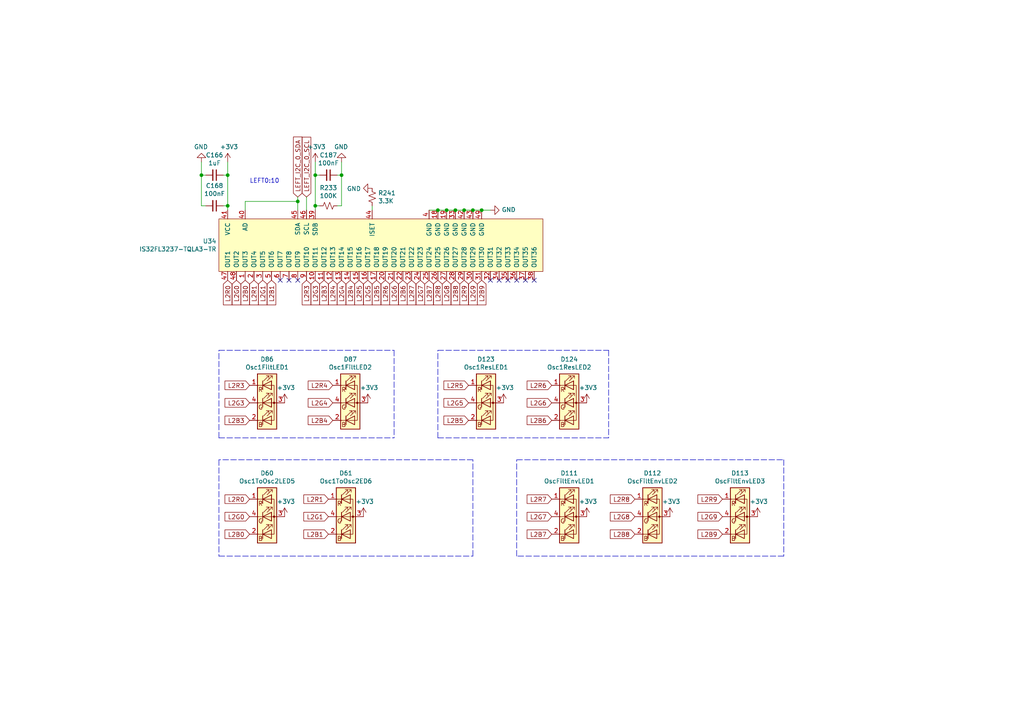
<source format=kicad_sch>
(kicad_sch (version 20210621) (generator eeschema)
  (paper "A4")
  (lib_symbols
    (symbol "Device:C_Small" (pin_numbers hide) (pin_names (offset 0.254) hide)
      (property "Reference" "C" (at 0.254 1.778 0))
      (property "Value" "C_Small" (at 0.254 -2.032 0))
      (symbol "C_Small_0_1"
        (polyline (pts (xy -1.524 -0.508) (xy 1.524 -0.508)) (stroke (width 0.3302)))
        (polyline (pts (xy -1.524 0.508) (xy 1.524 0.508)) (stroke (width 0.3048)))
      )
      (symbol "C_Small_1_1"
        (pin passive line (at 0 2.54 270) (length 2.032) (name "~") (number "1"))
        (pin passive line (at 0 -2.54 90) (length 2.032) (name "~") (number "2"))
      )
    )
    (symbol "Device:R_Small_US" (pin_numbers hide) (pin_names (offset 0.254) hide)
      (property "Reference" "R" (at 0.762 0.508 0))
      (property "Value" "R_Small_US" (at 0.762 -1.016 0))
      (symbol "R_Small_US_1_1"
        (polyline (pts (xy 0 0) (xy 1.016 -0.381) (xy 0 -0.762) (xy -1.016 -1.143) (xy 0 -1.524)))
        (polyline (pts (xy 0 1.524) (xy 1.016 1.143) (xy 0 0.762) (xy -1.016 0.381) (xy 0 0)))
        (pin passive line (at 0 2.54 270) (length 1.016) (name "~") (number "1"))
        (pin passive line (at 0 -2.54 90) (length 1.016) (name "~") (number "2"))
      )
    )
    (symbol "IS32FL3237:IS32FL3237-TQLA3-TR" (pin_names (offset 1.016))
      (property "Reference" "U" (at 0 0 0))
      (property "Value" "IS32FL3237-TQLA3-TR" (at 0 0 0))
      (symbol "IS32FL3237-TQLA3-TR_0_1"
        (rectangle (start -7.62 -2.54) (end 7.62 -96.52) (fill (type background)))
      )
      (symbol "IS32FL3237-TQLA3-TR_1_1"
        (pin output line (at 10.16 -10.16 180) (length 2.54) (name "OUT3") (number "1"))
        (pin output line (at 10.16 -30.48 180) (length 2.54) (name "OUT11") (number "10"))
        (pin output line (at 10.16 -33.02 180) (length 2.54) (name "OUT12") (number "11"))
        (pin output line (at 10.16 -35.56 180) (length 2.54) (name "OUT13") (number "12"))
        (pin output line (at 10.16 -38.1 180) (length 2.54) (name "OUT14") (number "13"))
        (pin output line (at 10.16 -40.64 180) (length 2.54) (name "OUT15") (number "14"))
        (pin output line (at 10.16 -43.18 180) (length 2.54) (name "OUT16") (number "15"))
        (pin output line (at 10.16 -45.72 180) (length 2.54) (name "OUT17") (number "16"))
        (pin output line (at 10.16 -48.26 180) (length 2.54) (name "OUT18") (number "17"))
        (pin power_in line (at -10.16 -66.04 0) (length 2.54) (name "GND") (number "18"))
        (pin power_in line (at -10.16 -68.58 0) (length 2.54) (name "GND") (number "19"))
        (pin output line (at 10.16 -12.7 180) (length 2.54) (name "OUT4") (number "2"))
        (pin output line (at 10.16 -50.8 180) (length 2.54) (name "OUT19") (number "20"))
        (pin output line (at 10.16 -53.34 180) (length 2.54) (name "OUT20") (number "21"))
        (pin output line (at 10.16 -55.88 180) (length 2.54) (name "OUT21") (number "22"))
        (pin output line (at 10.16 -58.42 180) (length 2.54) (name "OUT22") (number "23"))
        (pin output line (at 10.16 -60.96 180) (length 2.54) (name "OUT23") (number "24"))
        (pin output line (at 10.16 -63.5 180) (length 2.54) (name "OUT24") (number "25"))
        (pin output line (at 10.16 -66.04 180) (length 2.54) (name "OUT25") (number "26"))
        (pin output line (at 10.16 -68.58 180) (length 2.54) (name "OUT26") (number "27"))
        (pin output line (at 10.16 -71.12 180) (length 2.54) (name "OUT27") (number "28"))
        (pin output line (at 10.16 -73.66 180) (length 2.54) (name "OUT28") (number "29"))
        (pin output line (at 10.16 -15.24 180) (length 2.54) (name "OUT5") (number "3"))
        (pin output line (at 10.16 -76.2 180) (length 2.54) (name "OUT29") (number "30"))
        (pin output line (at 10.16 -78.74 180) (length 2.54) (name "OUT30") (number "31"))
        (pin output line (at 10.16 -81.28 180) (length 2.54) (name "OUT31") (number "32"))
        (pin power_in line (at -10.16 -71.12 0) (length 2.54) (name "GND") (number "33"))
        (pin output line (at 10.16 -83.82 180) (length 2.54) (name "OUT32") (number "34"))
        (pin output line (at 10.16 -86.36 180) (length 2.54) (name "OUT33") (number "35"))
        (pin output line (at 10.16 -88.9 180) (length 2.54) (name "OUT34") (number "36"))
        (pin output line (at 10.16 -91.44 180) (length 2.54) (name "OUT35") (number "37"))
        (pin output line (at 10.16 -93.98 180) (length 2.54) (name "OUT36") (number "38"))
        (pin input line (at -10.16 -30.48 0) (length 2.54) (name "SDB") (number "39"))
        (pin power_in line (at -10.16 -63.5 0) (length 2.54) (name "GND") (number "4"))
        (pin input line (at -10.16 -10.16 0) (length 2.54) (name "AD") (number "40"))
        (pin power_in line (at -10.16 -5.08 0) (length 2.54) (name "VCC") (number "41"))
        (pin power_in line (at -10.16 -73.66 0) (length 2.54) (name "GND") (number "42"))
        (pin power_in line (at -10.16 -76.2 0) (length 2.54) (name "GND") (number "43"))
        (pin input line (at -10.16 -46.99 0) (length 2.54) (name "ISET") (number "44"))
        (pin input line (at -10.16 -25.4 0) (length 2.54) (name "SDA") (number "45"))
        (pin input line (at -10.16 -27.94 0) (length 2.54) (name "SCL") (number "46"))
        (pin output line (at 10.16 -5.08 180) (length 2.54) (name "OUT1") (number "47"))
        (pin output line (at 10.16 -7.62 180) (length 2.54) (name "OUT2") (number "48"))
        (pin power_in line (at -10.16 -78.74 0) (length 2.54) (name "GND") (number "49"))
        (pin output line (at 10.16 -17.78 180) (length 2.54) (name "OUT6") (number "5"))
        (pin output line (at 10.16 -20.32 180) (length 2.54) (name "OUT7") (number "6"))
        (pin output line (at 10.16 -22.86 180) (length 2.54) (name "OUT8") (number "7"))
        (pin output line (at 10.16 -25.4 180) (length 2.54) (name "OUT9") (number "8"))
        (pin output line (at 10.16 -27.94 180) (length 2.54) (name "OUT10") (number "9"))
      )
    )
    (symbol "fm-b2020rgba-hg:FM-B2020RGBA-HG" (pin_names (offset 0) hide)
      (property "Reference" "D" (at 0 9.398 0))
      (property "Value" "FM-B2020RGBA-HG" (at 0 -8.89 0))
      (symbol "FM-B2020RGBA-HG_0_0"
        (text "B" (at -1.905 -6.35 0) (effects (font (size 1.27 1.27))))
        (text "G" (at -1.905 -1.27 0) (effects (font (size 1.27 1.27))))
        (text "R" (at -1.905 3.81 0) (effects (font (size 1.27 1.27))))
      )
      (symbol "FM-B2020RGBA-HG_0_1"
        (circle (center 2.032 0) (radius 0.254) (fill (type outline)))
        (rectangle (start 1.27 -1.27) (end 1.27 1.27))
        (rectangle (start 1.27 1.27) (end 1.27 1.27))
        (rectangle (start 1.27 3.81) (end 1.27 6.35))
        (rectangle (start 1.27 6.35) (end 1.27 6.35))
        (rectangle (start 2.794 8.382) (end -2.794 -7.62) (stroke (width 0.254)) (fill (type background)))
        (polyline (pts (xy -1.27 -5.08) (xy -2.54 -5.08)))
        (polyline (pts (xy -1.27 -5.08) (xy 1.27 -5.08)))
        (polyline (pts (xy -1.27 -3.81) (xy -1.27 -6.35)))
        (polyline (pts (xy -1.27 -3.81) (xy -1.27 -6.35)) (stroke (width 0.2032)))
        (polyline (pts (xy -1.27 0) (xy -2.54 0)))
        (polyline (pts (xy -1.27 0) (xy 1.27 0)))
        (polyline (pts (xy -1.27 1.27) (xy -1.27 -1.27)) (stroke (width 0.2032)))
        (polyline (pts (xy -1.27 5.08) (xy -2.54 5.08)))
        (polyline (pts (xy -1.27 6.35) (xy -1.27 3.81)) (stroke (width 0.2032)))
        (polyline (pts (xy 1.27 0) (xy 2.54 0)))
        (polyline (pts (xy 1.27 5.08) (xy -1.27 5.08)))
        (polyline (pts (xy -1.27 1.27) (xy -1.27 -1.27) (xy -1.27 -1.27)))
        (polyline (pts (xy -1.27 6.35) (xy -1.27 3.81) (xy -1.27 3.81)))
        (polyline (pts (xy 1.27 -5.08) (xy 2.032 -5.08) (xy 2.032 5.08) (xy 1.27 5.08)))
        (polyline (pts (xy 1.27 -3.81) (xy 1.27 -6.35) (xy -1.27 -5.08) (xy 1.27 -3.81)) (stroke (width 0.2032)))
        (polyline (pts (xy 1.27 1.27) (xy 1.27 -1.27) (xy -1.27 0) (xy 1.27 1.27)) (stroke (width 0.2032)))
        (polyline (pts (xy 1.27 6.35) (xy 1.27 3.81) (xy -1.27 5.08) (xy 1.27 6.35)) (stroke (width 0.2032)))
        (polyline (pts (xy -1.016 -3.81) (xy 0.508 -2.286) (xy -0.254 -2.286) (xy 0.508 -2.286) (xy 0.508 -3.048)))
        (polyline (pts (xy -1.016 1.27) (xy 0.508 2.794) (xy -0.254 2.794) (xy 0.508 2.794) (xy 0.508 2.032)))
        (polyline (pts (xy -1.016 6.35) (xy 0.508 7.874) (xy -0.254 7.874) (xy 0.508 7.874) (xy 0.508 7.112)))
        (polyline (pts (xy 0 -3.81) (xy 1.524 -2.286) (xy 0.762 -2.286) (xy 1.524 -2.286) (xy 1.524 -3.048)))
        (polyline (pts (xy 0 1.27) (xy 1.524 2.794) (xy 0.762 2.794) (xy 1.524 2.794) (xy 1.524 2.032)))
        (polyline (pts (xy 0 6.35) (xy 1.524 7.874) (xy 0.762 7.874) (xy 1.524 7.874) (xy 1.524 7.112)))
      )
      (symbol "FM-B2020RGBA-HG_1_1"
        (pin passive line (at -5.08 5.08 0) (length 2.54) (name "R-") (number "1"))
        (pin passive line (at -5.08 -5.08 0) (length 2.54) (name "B-") (number "2"))
        (pin passive line (at 5.08 0 180) (length 2.54) (name "+") (number "3"))
        (pin passive line (at -5.08 0 0) (length 2.54) (name "G-") (number "4"))
      )
    )
    (symbol "power:+3.3V" (power) (pin_names (offset 0))
      (property "Value" "+3.3V" (at 0 3.556 0))
      (symbol "+3.3V_0_1"
        (polyline (pts (xy -0.762 1.27) (xy 0 2.54)))
        (polyline (pts (xy 0 0) (xy 0 2.54)))
        (polyline (pts (xy 0 2.54) (xy 0.762 1.27)))
      )
      (symbol "+3.3V_1_1"
        (pin power_in line (at 0 0 90) (length 0) hide (name "+3V3") (number "1"))
      )
    )
    (symbol "power:GND" (power) (pin_names (offset 0))
      (property "Value" "GND" (at 0 -3.81 0))
      (symbol "GND_0_1"
        (polyline (pts (xy 0 0) (xy 0 -1.27) (xy 1.27 -1.27) (xy 0 -2.54) (xy -1.27 -1.27) (xy 0 -1.27)))
      )
      (symbol "GND_1_1"
        (pin power_in line (at 0 0 270) (length 0) hide (name "GND") (number "1"))
      )
    )
  )
  (junction (at 58.42 50.8))
  (junction (at 66.04 50.8))
  (junction (at 66.04 59.69))
  (junction (at 86.36 58.42))
  (junction (at 91.44 50.8))
  (junction (at 91.44 59.69))
  (junction (at 99.06 50.8))
  (junction (at 127 60.96))
  (junction (at 129.54 60.96))
  (junction (at 132.08 60.96))
  (junction (at 134.62 60.96))
  (junction (at 137.16 60.96))
  (junction (at 139.7 60.96))
  (no_connect (at 81.28 81.28))
  (no_connect (at 83.82 81.28))
  (no_connect (at 86.36 81.28))
  (no_connect (at 142.24 81.28))
  (no_connect (at 144.78 81.28))
  (no_connect (at 147.32 81.28))
  (no_connect (at 149.86 81.28))
  (no_connect (at 152.4 81.28))
  (no_connect (at 154.94 81.28))
  (wire (pts (xy 58.42 46.99) (xy 58.42 50.8)))
  (wire (pts (xy 58.42 50.8) (xy 58.42 59.69)))
  (wire (pts (xy 58.42 59.69) (xy 59.69 59.69)))
  (wire (pts (xy 59.69 50.8) (xy 58.42 50.8)))
  (wire (pts (xy 64.77 50.8) (xy 66.04 50.8)))
  (wire (pts (xy 64.77 59.69) (xy 66.04 59.69)))
  (wire (pts (xy 66.04 46.99) (xy 66.04 50.8)))
  (wire (pts (xy 66.04 50.8) (xy 66.04 59.69)))
  (wire (pts (xy 66.04 59.69) (xy 66.04 60.96)))
  (wire (pts (xy 71.12 58.42) (xy 86.36 58.42)))
  (wire (pts (xy 71.12 60.96) (xy 71.12 58.42)))
  (wire (pts (xy 86.36 57.15) (xy 86.36 58.42)))
  (wire (pts (xy 86.36 58.42) (xy 86.36 60.96)))
  (wire (pts (xy 88.9 57.15) (xy 88.9 60.96)))
  (wire (pts (xy 91.44 46.99) (xy 91.44 50.8)))
  (wire (pts (xy 91.44 50.8) (xy 91.44 59.69)))
  (wire (pts (xy 91.44 59.69) (xy 91.44 60.96)))
  (wire (pts (xy 92.71 50.8) (xy 91.44 50.8)))
  (wire (pts (xy 92.71 59.69) (xy 91.44 59.69)))
  (wire (pts (xy 97.79 50.8) (xy 99.06 50.8)))
  (wire (pts (xy 99.06 46.99) (xy 99.06 50.8)))
  (wire (pts (xy 99.06 50.8) (xy 99.06 59.69)))
  (wire (pts (xy 99.06 59.69) (xy 97.79 59.69)))
  (wire (pts (xy 107.95 59.69) (xy 107.95 60.96)))
  (wire (pts (xy 127 60.96) (xy 124.46 60.96)))
  (wire (pts (xy 129.54 60.96) (xy 127 60.96)))
  (wire (pts (xy 132.08 60.96) (xy 129.54 60.96)))
  (wire (pts (xy 134.62 60.96) (xy 132.08 60.96)))
  (wire (pts (xy 137.16 60.96) (xy 134.62 60.96)))
  (wire (pts (xy 139.7 60.96) (xy 137.16 60.96)))
  (wire (pts (xy 142.24 60.96) (xy 139.7 60.96)))
  (polyline (pts (xy 63.5 101.6) (xy 114.3 101.6)))
  (polyline (pts (xy 63.5 127) (xy 63.5 101.6)))
  (polyline (pts (xy 63.5 127) (xy 114.3 127)))
  (polyline (pts (xy 63.5 133.35) (xy 63.5 161.29)))
  (polyline (pts (xy 63.5 161.29) (xy 137.16 161.29)))
  (polyline (pts (xy 114.3 101.6) (xy 114.3 127)))
  (polyline (pts (xy 127 101.6) (xy 176.53 101.6)))
  (polyline (pts (xy 127 127) (xy 127 101.6)))
  (polyline (pts (xy 127 127) (xy 176.53 127)))
  (polyline (pts (xy 137.16 133.35) (xy 63.5 133.35)))
  (polyline (pts (xy 137.16 161.29) (xy 137.16 133.35)))
  (polyline (pts (xy 149.86 133.35) (xy 227.33 133.35)))
  (polyline (pts (xy 149.86 161.29) (xy 149.86 133.35)))
  (polyline (pts (xy 176.53 101.6) (xy 176.53 127)))
  (polyline (pts (xy 227.33 133.35) (xy 227.33 161.29)))
  (polyline (pts (xy 227.33 161.29) (xy 149.86 161.29)))
  (text "LEFT0:10" (at 72.39 53.34 0) (effects (font (size 1.27 1.27)) (justify left bottom)))
  (global_label "L2R0" (shape input) (at 66.04 81.28 270) (property "Intersheet References" "${INTERSHEET_REFS}" (effects hide)))
  (global_label "L2G0" (shape input) (at 68.58 81.28 270) (property "Intersheet References" "${INTERSHEET_REFS}" (effects hide)))
  (global_label "L2B0" (shape input) (at 71.12 81.28 270) (property "Intersheet References" "${INTERSHEET_REFS}" (effects hide)))
  (global_label "L2R3" (shape input) (at 72.39 111.76 180) (property "Intersheet References" "${INTERSHEET_REFS}" (effects hide)))
  (global_label "L2G3" (shape input) (at 72.39 116.84 180) (property "Intersheet References" "${INTERSHEET_REFS}" (effects hide)))
  (global_label "L2B3" (shape input) (at 72.39 121.92 180) (property "Intersheet References" "${INTERSHEET_REFS}" (effects hide)))
  (global_label "L2R0" (shape input) (at 72.39 144.78 180) (property "Intersheet References" "${INTERSHEET_REFS}" (effects hide)))
  (global_label "L2G0" (shape input) (at 72.39 149.86 180) (property "Intersheet References" "${INTERSHEET_REFS}" (effects hide)))
  (global_label "L2B0" (shape input) (at 72.39 154.94 180) (property "Intersheet References" "${INTERSHEET_REFS}" (effects hide)))
  (global_label "L2R1" (shape input) (at 73.66 81.28 270) (property "Intersheet References" "${INTERSHEET_REFS}" (effects hide)))
  (global_label "L2G1" (shape input) (at 76.2 81.28 270) (property "Intersheet References" "${INTERSHEET_REFS}" (effects hide)))
  (global_label "L2B1" (shape input) (at 78.74 81.28 270) (property "Intersheet References" "${INTERSHEET_REFS}" (effects hide)))
  (global_label "LEFT_I2C_0_SDA" (shape input) (at 86.36 57.15 90) (property "Intersheet References" "${INTERSHEET_REFS}" (effects hide)))
  (global_label "LEFT_I2C_0_SCL" (shape input) (at 88.9 57.15 90) (property "Intersheet References" "${INTERSHEET_REFS}" (effects hide)))
  (global_label "L2R3" (shape input) (at 88.9 81.28 270) (property "Intersheet References" "${INTERSHEET_REFS}" (effects hide)))
  (global_label "L2G3" (shape input) (at 91.44 81.28 270) (property "Intersheet References" "${INTERSHEET_REFS}" (effects hide)))
  (global_label "L2B3" (shape input) (at 93.98 81.28 270) (property "Intersheet References" "${INTERSHEET_REFS}" (effects hide)))
  (global_label "L2R1" (shape input) (at 95.25 144.78 180) (property "Intersheet References" "${INTERSHEET_REFS}" (effects hide)))
  (global_label "L2G1" (shape input) (at 95.25 149.86 180) (property "Intersheet References" "${INTERSHEET_REFS}" (effects hide)))
  (global_label "L2B1" (shape input) (at 95.25 154.94 180) (property "Intersheet References" "${INTERSHEET_REFS}" (effects hide)))
  (global_label "L2R4" (shape input) (at 96.52 81.28 270) (property "Intersheet References" "${INTERSHEET_REFS}" (effects hide)))
  (global_label "L2R4" (shape input) (at 96.52 111.76 180) (property "Intersheet References" "${INTERSHEET_REFS}" (effects hide)))
  (global_label "L2G4" (shape input) (at 96.52 116.84 180) (property "Intersheet References" "${INTERSHEET_REFS}" (effects hide)))
  (global_label "L2B4" (shape input) (at 96.52 121.92 180) (property "Intersheet References" "${INTERSHEET_REFS}" (effects hide)))
  (global_label "L2G4" (shape input) (at 99.06 81.28 270) (property "Intersheet References" "${INTERSHEET_REFS}" (effects hide)))
  (global_label "L2B4" (shape input) (at 101.6 81.28 270) (property "Intersheet References" "${INTERSHEET_REFS}" (effects hide)))
  (global_label "L2R5" (shape input) (at 104.14 81.28 270) (property "Intersheet References" "${INTERSHEET_REFS}" (effects hide)))
  (global_label "L2G5" (shape input) (at 106.68 81.28 270) (property "Intersheet References" "${INTERSHEET_REFS}" (effects hide)))
  (global_label "L2B5" (shape input) (at 109.22 81.28 270) (property "Intersheet References" "${INTERSHEET_REFS}" (effects hide)))
  (global_label "L2R6" (shape input) (at 111.76 81.28 270) (property "Intersheet References" "${INTERSHEET_REFS}" (effects hide)))
  (global_label "L2G6" (shape input) (at 114.3 81.28 270) (property "Intersheet References" "${INTERSHEET_REFS}" (effects hide)))
  (global_label "L2B6" (shape input) (at 116.84 81.28 270) (property "Intersheet References" "${INTERSHEET_REFS}" (effects hide)))
  (global_label "L2R7" (shape input) (at 119.38 81.28 270) (property "Intersheet References" "${INTERSHEET_REFS}" (effects hide)))
  (global_label "L2G7" (shape input) (at 121.92 81.28 270) (property "Intersheet References" "${INTERSHEET_REFS}" (effects hide)))
  (global_label "L2B7" (shape input) (at 124.46 81.28 270) (property "Intersheet References" "${INTERSHEET_REFS}" (effects hide)))
  (global_label "L2R8" (shape input) (at 127 81.28 270) (property "Intersheet References" "${INTERSHEET_REFS}" (effects hide)))
  (global_label "L2G8" (shape input) (at 129.54 81.28 270) (property "Intersheet References" "${INTERSHEET_REFS}" (effects hide)))
  (global_label "L2B8" (shape input) (at 132.08 81.28 270) (property "Intersheet References" "${INTERSHEET_REFS}" (effects hide)))
  (global_label "L2R9" (shape input) (at 134.62 81.28 270) (property "Intersheet References" "${INTERSHEET_REFS}" (effects hide)))
  (global_label "L2R5" (shape input) (at 135.89 111.76 180) (property "Intersheet References" "${INTERSHEET_REFS}" (effects hide)))
  (global_label "L2G5" (shape input) (at 135.89 116.84 180) (property "Intersheet References" "${INTERSHEET_REFS}" (effects hide)))
  (global_label "L2B5" (shape input) (at 135.89 121.92 180) (property "Intersheet References" "${INTERSHEET_REFS}" (effects hide)))
  (global_label "L2G9" (shape input) (at 137.16 81.28 270) (property "Intersheet References" "${INTERSHEET_REFS}" (effects hide)))
  (global_label "L2B9" (shape input) (at 139.7 81.28 270) (property "Intersheet References" "${INTERSHEET_REFS}" (effects hide)))
  (global_label "L2R6" (shape input) (at 160.02 111.76 180) (property "Intersheet References" "${INTERSHEET_REFS}" (effects hide)))
  (global_label "L2G6" (shape input) (at 160.02 116.84 180) (property "Intersheet References" "${INTERSHEET_REFS}" (effects hide)))
  (global_label "L2B6" (shape input) (at 160.02 121.92 180) (property "Intersheet References" "${INTERSHEET_REFS}" (effects hide)))
  (global_label "L2R7" (shape input) (at 160.02 144.78 180) (property "Intersheet References" "${INTERSHEET_REFS}" (effects hide)))
  (global_label "L2G7" (shape input) (at 160.02 149.86 180) (property "Intersheet References" "${INTERSHEET_REFS}" (effects hide)))
  (global_label "L2B7" (shape input) (at 160.02 154.94 180) (property "Intersheet References" "${INTERSHEET_REFS}" (effects hide)))
  (global_label "L2R8" (shape input) (at 184.15 144.78 180) (property "Intersheet References" "${INTERSHEET_REFS}" (effects hide)))
  (global_label "L2G8" (shape input) (at 184.15 149.86 180) (property "Intersheet References" "${INTERSHEET_REFS}" (effects hide)))
  (global_label "L2B8" (shape input) (at 184.15 154.94 180) (property "Intersheet References" "${INTERSHEET_REFS}" (effects hide)))
  (global_label "L2R9" (shape input) (at 209.55 144.78 180) (property "Intersheet References" "${INTERSHEET_REFS}" (effects hide)))
  (global_label "L2G9" (shape input) (at 209.55 149.86 180) (property "Intersheet References" "${INTERSHEET_REFS}" (effects hide)))
  (global_label "L2B9" (shape input) (at 209.55 154.94 180) (property "Intersheet References" "${INTERSHEET_REFS}" (effects hide)))
  (symbol (lib_id "power:+3.3V") (at 66.04 46.99 0) (unit 1)
    (property "Reference" "#PWR0407" (effects hide))
    (property "Value" "+3.3V" (at 66.421 42.5958 0))
  )
  (symbol (lib_id "power:+3.3V") (at 82.55 116.84 0) (unit 1)
    (property "Reference" "#PWR0705" (effects hide))
    (property "Value" "+3.3V" (at 82.931 112.4458 0))
  )
  (symbol (lib_id "power:+3.3V") (at 82.55 149.86 0) (unit 1)
    (property "Reference" "#PWR0691" (effects hide))
    (property "Value" "+3.3V" (at 82.931 145.4658 0))
  )
  (symbol (lib_id "power:+3.3V") (at 91.44 46.99 0) (unit 1)
    (property "Reference" "#PWR0419" (effects hide))
    (property "Value" "+3.3V" (at 91.821 42.5958 0))
  )
  (symbol (lib_id "power:+3.3V") (at 105.41 149.86 0) (unit 1)
    (property "Reference" "#PWR0692" (effects hide))
    (property "Value" "+3.3V" (at 105.791 145.4658 0))
  )
  (symbol (lib_id "power:+3.3V") (at 106.68 116.84 0) (unit 1)
    (property "Reference" "#PWR0706" (effects hide))
    (property "Value" "+3.3V" (at 107.061 112.4458 0))
  )
  (symbol (lib_id "power:+3.3V") (at 146.05 116.84 0) (unit 1)
    (property "Reference" "#PWR0707" (effects hide))
    (property "Value" "+3.3V" (at 146.431 112.4458 0))
  )
  (symbol (lib_id "power:+3.3V") (at 170.18 116.84 0) (unit 1)
    (property "Reference" "#PWR0708" (effects hide))
    (property "Value" "+3.3V" (at 170.561 112.4458 0))
  )
  (symbol (lib_id "power:+3.3V") (at 170.18 149.86 0) (unit 1)
    (property "Reference" "#PWR0693" (effects hide))
    (property "Value" "+3.3V" (at 170.561 145.4658 0))
  )
  (symbol (lib_id "power:+3.3V") (at 194.31 149.86 0) (unit 1)
    (property "Reference" "#PWR0694" (effects hide))
    (property "Value" "+3.3V" (at 194.691 145.4658 0))
  )
  (symbol (lib_id "power:+3.3V") (at 219.71 149.86 0) (unit 1)
    (property "Reference" "#PWR0695" (effects hide))
    (property "Value" "+3.3V" (at 220.091 145.4658 0))
  )
  (symbol (lib_id "power:GND") (at 58.42 46.99 180) (unit 1)
    (property "Reference" "#PWR0406" (effects hide))
    (property "Value" "GND" (at 58.293 42.5958 0))
  )
  (symbol (lib_id "power:GND") (at 99.06 46.99 180) (unit 1)
    (property "Reference" "#PWR0427" (effects hide))
    (property "Value" "GND" (at 98.933 42.5958 0))
  )
  (symbol (lib_id "power:GND") (at 107.95 54.61 270) (unit 1)
    (property "Reference" "#PWR0429" (effects hide))
    (property "Value" "GND" (at 104.6988 54.737 90) (effects (justify right)))
  )
  (symbol (lib_id "power:GND") (at 142.24 60.96 90) (unit 1)
    (property "Reference" "#PWR0437" (effects hide))
    (property "Value" "GND" (at 145.4912 60.833 90) (effects (justify right)))
  )
  (symbol (lib_id "Device:R_Small_US") (at 95.25 59.69 270) (unit 1)
    (property "Reference" "R233" (at 95.25 54.483 90))
    (property "Value" "100K" (at 95.25 56.7944 90))
    (property "Footprint" "Resistor_SMD:R_0402_1005Metric" (effects hide))
    (property "LCSC" " C25741" (effects hide))
  )
  (symbol (lib_id "Device:R_Small_US") (at 107.95 57.15 0) (unit 1)
    (property "Reference" "R241" (at 109.6772 55.9816 0) (effects (justify left)))
    (property "Value" "3.3K" (at 109.6772 58.293 0) (effects (justify left)))
    (property "Footprint" "Resistor_SMD:R_0402_1005Metric" (effects hide))
    (property "LCSC" "C25890" (effects hide))
  )
  (symbol (lib_id "Device:C_Small") (at 62.23 50.8 270) (unit 1)
    (property "Reference" "C166" (at 62.23 44.9834 90))
    (property "Value" "1uF" (at 62.23 47.2948 90))
    (property "Footprint" "Capacitor_SMD:C_0402_1005Metric" (effects hide))
    (property "LCSC" "C52923" (effects hide))
  )
  (symbol (lib_id "Device:C_Small") (at 62.23 59.69 270) (unit 1)
    (property "Reference" "C168" (at 62.23 53.8734 90))
    (property "Value" "100nF" (at 62.23 56.1848 90))
    (property "Footprint" "Capacitor_SMD:C_0402_1005Metric" (effects hide))
    (property "LCSC" "C1525" (effects hide))
  )
  (symbol (lib_id "Device:C_Small") (at 95.25 50.8 270) (unit 1)
    (property "Reference" "C187" (at 95.25 44.9834 90))
    (property "Value" "100nF" (at 95.25 47.2948 90))
    (property "Footprint" "Capacitor_SMD:C_0402_1005Metric" (effects hide))
    (property "LCSC" "C1525" (effects hide))
  )
  (symbol (lib_id "fm-b2020rgba-hg:FM-B2020RGBA-HG") (at 77.47 116.84 0) (unit 1)
    (property "Reference" "D86" (at 77.47 104.2162 0))
    (property "Value" "Osc1FiltLED1" (at 77.47 106.5276 0))
    (property "Footprint" "fm-b2020rgba-hg:FM-B2020RGBA-HG" (effects hide))
    (property "LCSC" "C108793" (effects hide))
  )
  (symbol (lib_id "fm-b2020rgba-hg:FM-B2020RGBA-HG") (at 77.47 149.86 0) (unit 1)
    (property "Reference" "D60" (at 77.47 137.2362 0))
    (property "Value" "Osc1ToOsc2LED5" (at 77.47 139.5476 0))
    (property "Footprint" "fm-b2020rgba-hg:FM-B2020RGBA-HG" (effects hide))
    (property "LCSC" "C108793" (effects hide))
  )
  (symbol (lib_id "fm-b2020rgba-hg:FM-B2020RGBA-HG") (at 100.33 149.86 0) (unit 1)
    (property "Reference" "D61" (at 100.33 137.2362 0))
    (property "Value" "Osc1ToOsc2ED6" (at 100.33 139.5476 0))
    (property "Footprint" "fm-b2020rgba-hg:FM-B2020RGBA-HG" (effects hide))
    (property "LCSC" "C108793" (effects hide))
  )
  (symbol (lib_id "fm-b2020rgba-hg:FM-B2020RGBA-HG") (at 101.6 116.84 0) (unit 1)
    (property "Reference" "D87" (at 101.6 104.2162 0))
    (property "Value" "Osc1FiltLED2" (at 101.6 106.5276 0))
    (property "Footprint" "fm-b2020rgba-hg:FM-B2020RGBA-HG" (effects hide))
    (property "LCSC" "C108793" (effects hide))
  )
  (symbol (lib_id "fm-b2020rgba-hg:FM-B2020RGBA-HG") (at 140.97 116.84 0) (unit 1)
    (property "Reference" "D123" (at 140.97 104.2162 0))
    (property "Value" "Osc1ResLED1" (at 140.97 106.5276 0))
    (property "Footprint" "fm-b2020rgba-hg:FM-B2020RGBA-HG" (effects hide))
    (property "LCSC" "C108793" (effects hide))
  )
  (symbol (lib_id "fm-b2020rgba-hg:FM-B2020RGBA-HG") (at 165.1 116.84 0) (unit 1)
    (property "Reference" "D124" (at 165.1 104.2162 0))
    (property "Value" "Osc1ResLED2" (at 165.1 106.5276 0))
    (property "Footprint" "fm-b2020rgba-hg:FM-B2020RGBA-HG" (effects hide))
    (property "LCSC" "C108793" (effects hide))
  )
  (symbol (lib_id "fm-b2020rgba-hg:FM-B2020RGBA-HG") (at 165.1 149.86 0) (unit 1)
    (property "Reference" "D111" (at 165.1 137.2362 0))
    (property "Value" "OscFiltEnvLED1" (at 165.1 139.5476 0))
    (property "Footprint" "fm-b2020rgba-hg:FM-B2020RGBA-HG" (effects hide))
    (property "LCSC" "C108793" (effects hide))
  )
  (symbol (lib_id "fm-b2020rgba-hg:FM-B2020RGBA-HG") (at 189.23 149.86 0) (unit 1)
    (property "Reference" "D112" (at 189.23 137.2362 0))
    (property "Value" "OscFiltEnvLED2" (at 189.23 139.5476 0))
    (property "Footprint" "fm-b2020rgba-hg:FM-B2020RGBA-HG" (effects hide))
    (property "LCSC" "C108793" (effects hide))
  )
  (symbol (lib_id "fm-b2020rgba-hg:FM-B2020RGBA-HG") (at 214.63 149.86 0) (unit 1)
    (property "Reference" "D113" (at 214.63 137.2362 0))
    (property "Value" "OscFiltEnvLED3" (at 214.63 139.5476 0))
    (property "Footprint" "fm-b2020rgba-hg:FM-B2020RGBA-HG" (effects hide))
    (property "LCSC" "C108793" (effects hide))
  )
  (symbol (lib_id "IS32FL3237:IS32FL3237-TQLA3-TR") (at 60.96 71.12 90) (mirror x) (unit 1)
    (property "Reference" "U34" (at 62.7888 69.9516 90) (effects (justify left)))
    (property "Value" "IS32FL3237-TQLA3-TR" (at 62.7888 72.263 90) (effects (justify left)))
    (property "Footprint" "Package_QFP:TQFP-48-1EP_7x7mm_P0.5mm_EP5x5mm" (effects hide))
  )
)
</source>
